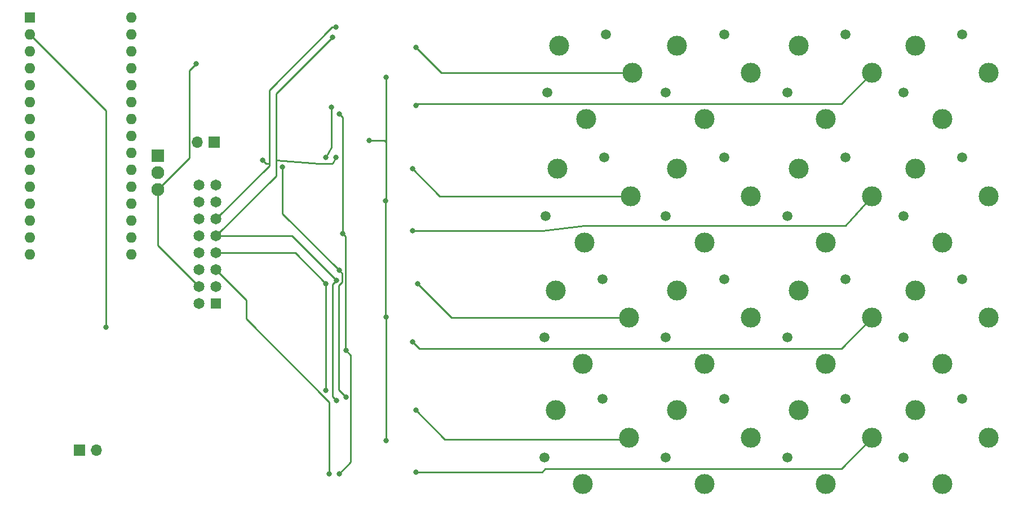
<source format=gbr>
%TF.GenerationSoftware,KiCad,Pcbnew,(5.1.7)-1*%
%TF.CreationDate,2020-10-31T18:56:12+01:00*%
%TF.ProjectId,MidiToCV,4d696469-546f-4435-962e-6b696361645f,rev?*%
%TF.SameCoordinates,Original*%
%TF.FileFunction,Copper,L2,Bot*%
%TF.FilePolarity,Positive*%
%FSLAX46Y46*%
G04 Gerber Fmt 4.6, Leading zero omitted, Abs format (unit mm)*
G04 Created by KiCad (PCBNEW (5.1.7)-1) date 2020-10-31 18:56:12*
%MOMM*%
%LPD*%
G01*
G04 APERTURE LIST*
%TA.AperFunction,ComponentPad*%
%ADD10C,1.500000*%
%TD*%
%TA.AperFunction,ComponentPad*%
%ADD11C,3.000000*%
%TD*%
%TA.AperFunction,ComponentPad*%
%ADD12C,1.935000*%
%TD*%
%TA.AperFunction,ComponentPad*%
%ADD13R,1.935000X1.935000*%
%TD*%
%TA.AperFunction,ComponentPad*%
%ADD14O,1.700000X1.700000*%
%TD*%
%TA.AperFunction,ComponentPad*%
%ADD15R,1.700000X1.700000*%
%TD*%
%TA.AperFunction,ComponentPad*%
%ADD16C,1.650000*%
%TD*%
%TA.AperFunction,ComponentPad*%
%ADD17R,1.650000X1.650000*%
%TD*%
%TA.AperFunction,ComponentPad*%
%ADD18O,1.600000X1.600000*%
%TD*%
%TA.AperFunction,ComponentPad*%
%ADD19R,1.600000X1.600000*%
%TD*%
%TA.AperFunction,ViaPad*%
%ADD20C,0.800000*%
%TD*%
%TA.AperFunction,Conductor*%
%ADD21C,0.250000*%
%TD*%
G04 APERTURE END LIST*
D10*
%TO.P,J14,5*%
%TO.N,N/C*%
X135540000Y-84070000D03*
D11*
%TO.P,J14,4*%
X141360000Y-88050000D03*
%TO.P,J14,3*%
%TO.N,Net-(J14-Pad3)*%
X148300000Y-81110000D03*
D10*
%TO.P,J14,2*%
%TO.N,N/C*%
X144320000Y-75290000D03*
D11*
%TO.P,J14,1*%
%TO.N,GND*%
X137250000Y-77000000D03*
%TD*%
D10*
%TO.P,J10,5*%
%TO.N,N/C*%
X135540000Y-66070000D03*
D11*
%TO.P,J10,4*%
X141360000Y-70050000D03*
%TO.P,J10,3*%
%TO.N,Net-(J10-Pad3)*%
X148300000Y-63110000D03*
D10*
%TO.P,J10,2*%
%TO.N,N/C*%
X144320000Y-57290000D03*
D11*
%TO.P,J10,1*%
%TO.N,GND*%
X137250000Y-59000000D03*
%TD*%
D10*
%TO.P,J6,5*%
%TO.N,N/C*%
X135540000Y-47820000D03*
D11*
%TO.P,J6,4*%
X141360000Y-51800000D03*
%TO.P,J6,3*%
%TO.N,Net-(J6-Pad3)*%
X148300000Y-44860000D03*
D10*
%TO.P,J6,2*%
%TO.N,N/C*%
X144320000Y-39040000D03*
D11*
%TO.P,J6,1*%
%TO.N,GND*%
X137250000Y-40750000D03*
%TD*%
D10*
%TO.P,J2,5*%
%TO.N,N/C*%
X135540000Y-29320000D03*
D11*
%TO.P,J2,4*%
X141360000Y-33300000D03*
%TO.P,J2,3*%
%TO.N,Net-(J2-Pad3)*%
X148300000Y-26360000D03*
D10*
%TO.P,J2,2*%
%TO.N,N/C*%
X144320000Y-20540000D03*
D11*
%TO.P,J2,1*%
%TO.N,GND*%
X137250000Y-22250000D03*
%TD*%
D10*
%TO.P,J8,5*%
%TO.N,N/C*%
X171290000Y-47820000D03*
D11*
%TO.P,J8,4*%
X177110000Y-51800000D03*
%TO.P,J8,3*%
%TO.N,Net-(J8-Pad3)*%
X184050000Y-44860000D03*
D10*
%TO.P,J8,2*%
%TO.N,N/C*%
X180070000Y-39040000D03*
D11*
%TO.P,J8,1*%
%TO.N,GND*%
X173000000Y-40750000D03*
%TD*%
D10*
%TO.P,J16,5*%
%TO.N,N/C*%
X171290000Y-84070000D03*
D11*
%TO.P,J16,4*%
X177110000Y-88050000D03*
%TO.P,J16,3*%
%TO.N,Net-(J16-Pad3)*%
X184050000Y-81110000D03*
D10*
%TO.P,J16,2*%
%TO.N,N/C*%
X180070000Y-75290000D03*
D11*
%TO.P,J16,1*%
%TO.N,GND*%
X173000000Y-77000000D03*
%TD*%
D10*
%TO.P,J15,5*%
%TO.N,N/C*%
X153790000Y-84070000D03*
D11*
%TO.P,J15,4*%
X159610000Y-88050000D03*
%TO.P,J15,3*%
%TO.N,Net-(J15-Pad3)*%
X166550000Y-81110000D03*
D10*
%TO.P,J15,2*%
%TO.N,N/C*%
X162570000Y-75290000D03*
D11*
%TO.P,J15,1*%
%TO.N,GND*%
X155500000Y-77000000D03*
%TD*%
D10*
%TO.P,J13,5*%
%TO.N,N/C*%
X117290000Y-84070000D03*
D11*
%TO.P,J13,4*%
X123110000Y-88050000D03*
%TO.P,J13,3*%
%TO.N,Net-(J13-Pad3)*%
X130050000Y-81110000D03*
D10*
%TO.P,J13,2*%
%TO.N,N/C*%
X126070000Y-75290000D03*
D11*
%TO.P,J13,1*%
%TO.N,GND*%
X119000000Y-77000000D03*
%TD*%
D10*
%TO.P,J12,5*%
%TO.N,N/C*%
X171290000Y-66070000D03*
D11*
%TO.P,J12,4*%
X177110000Y-70050000D03*
%TO.P,J12,3*%
%TO.N,Net-(J12-Pad3)*%
X184050000Y-63110000D03*
D10*
%TO.P,J12,2*%
%TO.N,N/C*%
X180070000Y-57290000D03*
D11*
%TO.P,J12,1*%
%TO.N,GND*%
X173000000Y-59000000D03*
%TD*%
D10*
%TO.P,J11,5*%
%TO.N,N/C*%
X153790000Y-66070000D03*
D11*
%TO.P,J11,4*%
X159610000Y-70050000D03*
%TO.P,J11,3*%
%TO.N,Net-(J11-Pad3)*%
X166550000Y-63110000D03*
D10*
%TO.P,J11,2*%
%TO.N,N/C*%
X162570000Y-57290000D03*
D11*
%TO.P,J11,1*%
%TO.N,GND*%
X155500000Y-59000000D03*
%TD*%
D10*
%TO.P,J9,5*%
%TO.N,N/C*%
X117290000Y-66070000D03*
D11*
%TO.P,J9,4*%
X123110000Y-70050000D03*
%TO.P,J9,3*%
%TO.N,Net-(J9-Pad3)*%
X130050000Y-63110000D03*
D10*
%TO.P,J9,2*%
%TO.N,N/C*%
X126070000Y-57290000D03*
D11*
%TO.P,J9,1*%
%TO.N,GND*%
X119000000Y-59000000D03*
%TD*%
D10*
%TO.P,J7,5*%
%TO.N,N/C*%
X153790000Y-47820000D03*
D11*
%TO.P,J7,4*%
X159610000Y-51800000D03*
%TO.P,J7,3*%
%TO.N,Net-(J7-Pad3)*%
X166550000Y-44860000D03*
D10*
%TO.P,J7,2*%
%TO.N,N/C*%
X162570000Y-39040000D03*
D11*
%TO.P,J7,1*%
%TO.N,GND*%
X155500000Y-40750000D03*
%TD*%
D10*
%TO.P,J5,5*%
%TO.N,N/C*%
X117540000Y-47820000D03*
D11*
%TO.P,J5,4*%
X123360000Y-51800000D03*
%TO.P,J5,3*%
%TO.N,Net-(J5-Pad3)*%
X130300000Y-44860000D03*
D10*
%TO.P,J5,2*%
%TO.N,N/C*%
X126320000Y-39040000D03*
D11*
%TO.P,J5,1*%
%TO.N,GND*%
X119250000Y-40750000D03*
%TD*%
D10*
%TO.P,J4,5*%
%TO.N,N/C*%
X171290000Y-29320000D03*
D11*
%TO.P,J4,4*%
X177110000Y-33300000D03*
%TO.P,J4,3*%
%TO.N,Net-(J4-Pad3)*%
X184050000Y-26360000D03*
D10*
%TO.P,J4,2*%
%TO.N,N/C*%
X180070000Y-20540000D03*
D11*
%TO.P,J4,1*%
%TO.N,GND*%
X173000000Y-22250000D03*
%TD*%
D10*
%TO.P,J1,5*%
%TO.N,N/C*%
X117790000Y-29320000D03*
D11*
%TO.P,J1,4*%
X123610000Y-33300000D03*
%TO.P,J1,3*%
%TO.N,Net-(J1-Pad3)*%
X130550000Y-26360000D03*
D10*
%TO.P,J1,2*%
%TO.N,N/C*%
X126570000Y-20540000D03*
D11*
%TO.P,J1,1*%
%TO.N,GND*%
X119500000Y-22250000D03*
%TD*%
D10*
%TO.P,J3,5*%
%TO.N,N/C*%
X153790000Y-29320000D03*
D11*
%TO.P,J3,4*%
X159610000Y-33300000D03*
%TO.P,J3,3*%
%TO.N,Net-(J3-Pad3)*%
X166550000Y-26360000D03*
D10*
%TO.P,J3,2*%
%TO.N,N/C*%
X162570000Y-20540000D03*
D11*
%TO.P,J3,1*%
%TO.N,GND*%
X155500000Y-22250000D03*
%TD*%
D12*
%TO.P,Q1,3*%
%TO.N,+5V*%
X59250000Y-43830000D03*
%TO.P,Q1,2*%
%TO.N,GND*%
X59250000Y-41290000D03*
D13*
%TO.P,Q1,1*%
%TO.N,+12V*%
X59250000Y-38750000D03*
%TD*%
D14*
%TO.P,J19,2*%
%TO.N,GND*%
X65210000Y-36750000D03*
D15*
%TO.P,J19,1*%
%TO.N,+12V*%
X67750000Y-36750000D03*
%TD*%
D14*
%TO.P,J18,2*%
%TO.N,Net-(D1-Pad2)*%
X50040000Y-83000000D03*
D15*
%TO.P,J18,1*%
%TO.N,Net-(D1-Pad1)*%
X47500000Y-83000000D03*
%TD*%
D16*
%TO.P,J17,16*%
%TO.N,+12V*%
X65460000Y-43220000D03*
%TO.P,J17,15*%
X68000000Y-43220000D03*
%TO.P,J17,14*%
%TO.N,GND*%
X65460000Y-45760000D03*
%TO.P,J17,13*%
X68000000Y-45760000D03*
%TO.P,J17,12*%
%TO.N,/Sheet5FA40E10/_SYNC*%
X65460000Y-48300000D03*
%TO.P,J17,11*%
X68000000Y-48300000D03*
%TO.P,J17,10*%
%TO.N,/Sheet5FA40E10/SCLK*%
X65460000Y-50840000D03*
%TO.P,J17,9*%
X68000000Y-50840000D03*
%TO.P,J17,8*%
%TO.N,/sheet5FC111E9/_LDAC*%
X65460000Y-53380000D03*
%TO.P,J17,7*%
X68000000Y-53380000D03*
%TO.P,J17,6*%
%TO.N,Net-(A1-Pad15)*%
X65460000Y-55920000D03*
%TO.P,J17,5*%
%TO.N,/sheet5FC12A8E/SDO*%
X68000000Y-55920000D03*
%TO.P,J17,4*%
%TO.N,+5V*%
X65460000Y-58460000D03*
%TO.P,J17,3*%
X68000000Y-58460000D03*
%TO.P,J17,2*%
%TO.N,GND*%
X65460000Y-61000000D03*
D17*
%TO.P,J17,1*%
X68000000Y-61000000D03*
%TD*%
D18*
%TO.P,A1,16*%
%TO.N,/Sheet5FA40E10/SCLK*%
X55240000Y-53560000D03*
%TO.P,A1,15*%
%TO.N,Net-(A1-Pad15)*%
X40000000Y-53560000D03*
%TO.P,A1,30*%
%TO.N,+12V*%
X55240000Y-18000000D03*
%TO.P,A1,14*%
%TO.N,/Sheet5FA40E10/SDIN*%
X40000000Y-51020000D03*
%TO.P,A1,29*%
%TO.N,GND*%
X55240000Y-20540000D03*
%TO.P,A1,13*%
%TO.N,/Sheet5FA40E10/_SYNC*%
X40000000Y-48480000D03*
%TO.P,A1,28*%
%TO.N,N/C*%
X55240000Y-23080000D03*
%TO.P,A1,12*%
%TO.N,/Sheet5FA40E10/_LDAC*%
X40000000Y-45940000D03*
%TO.P,A1,27*%
%TO.N,N/C*%
X55240000Y-25620000D03*
%TO.P,A1,11*%
X40000000Y-43400000D03*
%TO.P,A1,26*%
X55240000Y-28160000D03*
%TO.P,A1,10*%
X40000000Y-40860000D03*
%TO.P,A1,25*%
X55240000Y-30700000D03*
%TO.P,A1,9*%
X40000000Y-38320000D03*
%TO.P,A1,24*%
X55240000Y-33240000D03*
%TO.P,A1,8*%
X40000000Y-35780000D03*
%TO.P,A1,23*%
X55240000Y-35780000D03*
%TO.P,A1,7*%
X40000000Y-33240000D03*
%TO.P,A1,22*%
X55240000Y-38320000D03*
%TO.P,A1,6*%
X40000000Y-30700000D03*
%TO.P,A1,21*%
X55240000Y-40860000D03*
%TO.P,A1,5*%
X40000000Y-28160000D03*
%TO.P,A1,20*%
X55240000Y-43400000D03*
%TO.P,A1,4*%
%TO.N,GND*%
X40000000Y-25620000D03*
%TO.P,A1,19*%
%TO.N,N/C*%
X55240000Y-45940000D03*
%TO.P,A1,3*%
X40000000Y-23080000D03*
%TO.P,A1,18*%
X55240000Y-48480000D03*
%TO.P,A1,2*%
%TO.N,Net-(A1-Pad2)*%
X40000000Y-20540000D03*
%TO.P,A1,17*%
%TO.N,N/C*%
X55240000Y-51020000D03*
D19*
%TO.P,A1,1*%
X40000000Y-18000000D03*
%TD*%
D20*
%TO.N,+12V*%
X93506500Y-27006500D03*
X93485000Y-45515000D03*
X93506500Y-63006500D03*
X93498000Y-81515000D03*
X91000000Y-36500000D03*
%TO.N,+5V*%
X65000000Y-24999958D03*
%TO.N,/Sheet5FA40E10/_SYNC*%
X86000000Y-19500000D03*
X75000000Y-39500000D03*
X86500000Y-56000000D03*
X87500000Y-75000000D03*
X78000000Y-40500000D03*
%TO.N,/Sheet5FA40E10/SCLK*%
X85500000Y-21000000D03*
X86025000Y-39000000D03*
X86100000Y-57500000D03*
X86100000Y-75500000D03*
%TO.N,Net-(A1-Pad2)*%
X51500000Y-64500000D03*
%TO.N,/sheet5FC12A8E/SDO*%
X85000000Y-86500000D03*
%TO.N,Net-(J7-Pad3)*%
X97500000Y-50000000D03*
%TO.N,/sheet5FC111E9/SDIN*%
X85300000Y-31500000D03*
X84500000Y-39000000D03*
%TO.N,/Sheet5FA40E10/2.5Vref*%
X86500000Y-32500000D03*
X87000000Y-50500000D03*
X87500000Y-68000000D03*
X86500000Y-86500000D03*
%TO.N,/sheet5FC111E9/_LDAC*%
X84500000Y-58000000D03*
X84500000Y-74000000D03*
%TO.N,Net-(J1-Pad3)*%
X98000000Y-22500000D03*
%TO.N,Net-(J3-Pad3)*%
X98000000Y-31250000D03*
%TO.N,Net-(J5-Pad3)*%
X97500000Y-40750000D03*
%TO.N,Net-(J9-Pad3)*%
X98250000Y-58000000D03*
%TO.N,Net-(J11-Pad3)*%
X97500000Y-66750000D03*
%TO.N,Net-(J13-Pad3)*%
X98000000Y-77000000D03*
%TO.N,Net-(J15-Pad3)*%
X98000000Y-86250000D03*
%TD*%
D21*
%TO.N,+12V*%
X93500000Y-27013000D02*
X93506500Y-27006500D01*
X93500000Y-36000000D02*
X93500000Y-27013000D01*
X93500000Y-45500000D02*
X93485000Y-45515000D01*
X93485000Y-62985000D02*
X93506500Y-63006500D01*
X93485000Y-45515000D02*
X93485000Y-62985000D01*
X93506500Y-81506500D02*
X93498000Y-81515000D01*
X93506500Y-63006500D02*
X93506500Y-81506500D01*
X93250000Y-36500000D02*
X93500000Y-36750000D01*
X93500000Y-36750000D02*
X93500000Y-45500000D01*
X91000000Y-36500000D02*
X93250000Y-36500000D01*
X93500000Y-36000000D02*
X93500000Y-36750000D01*
%TO.N,+5V*%
X59250000Y-52250000D02*
X65460000Y-58460000D01*
X59250000Y-43830000D02*
X59250000Y-52250000D01*
X64000000Y-25999958D02*
X65000000Y-24999958D01*
X64000000Y-39080000D02*
X64000000Y-25999958D01*
X59250000Y-43830000D02*
X64000000Y-39080000D01*
%TO.N,/Sheet5FA40E10/_SYNC*%
X85434315Y-19500000D02*
X76000000Y-28934315D01*
X86000000Y-19500000D02*
X85434315Y-19500000D01*
X76000000Y-40300000D02*
X68000000Y-48300000D01*
X76000000Y-28934315D02*
X76000000Y-40300000D01*
X75000000Y-39500000D02*
X75500000Y-40000000D01*
X75500000Y-40000000D02*
X76000000Y-40000000D01*
X86949989Y-56449989D02*
X86500000Y-56000000D01*
X86949989Y-57723013D02*
X86949989Y-56449989D01*
X86448001Y-58225001D02*
X86949989Y-57723013D01*
X86448001Y-73948001D02*
X86448001Y-58225001D01*
X87500000Y-75000000D02*
X86448001Y-73948001D01*
X78000000Y-47500000D02*
X86500000Y-56000000D01*
X78000000Y-40500000D02*
X78000000Y-47500000D01*
%TO.N,/Sheet5FA40E10/SCLK*%
X85500000Y-21000000D02*
X77000000Y-29500000D01*
X77000000Y-41840000D02*
X68000000Y-50840000D01*
X77000000Y-41000000D02*
X77000000Y-41840000D01*
X77000000Y-29500000D02*
X77000000Y-41000000D01*
X79440000Y-50840000D02*
X68000000Y-50840000D01*
X86100000Y-57500000D02*
X79440000Y-50840000D01*
X85500000Y-58100000D02*
X86100000Y-57500000D01*
X85500000Y-74900000D02*
X85500000Y-58100000D01*
X86100000Y-75500000D02*
X85500000Y-74900000D01*
X77000000Y-39500000D02*
X77000000Y-41000000D01*
X83500000Y-40000000D02*
X77000000Y-39500000D01*
X85500000Y-40000000D02*
X83500000Y-40000000D01*
X86025000Y-39000000D02*
X85500000Y-40000000D01*
%TO.N,Net-(A1-Pad2)*%
X40040000Y-20540000D02*
X40000000Y-20540000D01*
X51500000Y-32000000D02*
X40040000Y-20540000D01*
X51500000Y-64500000D02*
X51500000Y-32000000D01*
%TO.N,/sheet5FC12A8E/SDO*%
X85000000Y-75764998D02*
X72500000Y-63264998D01*
X85000000Y-86500000D02*
X85000000Y-75764998D01*
X72500000Y-60420000D02*
X68000000Y-55920000D01*
X72500000Y-63264998D02*
X72500000Y-60420000D01*
%TO.N,/sheet5FC111E9/SDIN*%
X85300000Y-37500000D02*
X85300000Y-31500000D01*
X84500000Y-39000000D02*
X85300000Y-37500000D01*
%TO.N,/Sheet5FA40E10/2.5Vref*%
X87000000Y-33000000D02*
X87000000Y-50500000D01*
X86500000Y-32500000D02*
X87000000Y-33000000D01*
X87399999Y-67899999D02*
X87500000Y-68000000D01*
X87399999Y-50899999D02*
X87399999Y-67899999D01*
X87000000Y-50500000D02*
X87399999Y-50899999D01*
X88225001Y-84774999D02*
X88225001Y-68725001D01*
X88225001Y-68725001D02*
X87500000Y-68000000D01*
X86500000Y-86500000D02*
X88225001Y-84774999D01*
%TO.N,/sheet5FC111E9/_LDAC*%
X79880000Y-53380000D02*
X68000000Y-53380000D01*
X84500000Y-58000000D02*
X79880000Y-53380000D01*
X84500000Y-74000000D02*
X84500000Y-58000000D01*
%TO.N,Net-(J1-Pad3)*%
X101860000Y-26360000D02*
X130550000Y-26360000D01*
X98000000Y-22500000D02*
X101860000Y-26360000D01*
%TO.N,Net-(J3-Pad3)*%
X161910000Y-31000000D02*
X166550000Y-26360000D01*
X98250000Y-31000000D02*
X161910000Y-31000000D01*
X98000000Y-31250000D02*
X98250000Y-31000000D01*
%TO.N,Net-(J5-Pad3)*%
X101610000Y-44860000D02*
X130300000Y-44860000D01*
X97500000Y-40750000D02*
X101610000Y-44860000D01*
%TO.N,Net-(J7-Pad3)*%
X123354999Y-49250000D02*
X162514999Y-49250000D01*
X116951002Y-50000000D02*
X123354999Y-49250000D01*
X162514999Y-49250000D02*
X166550000Y-44860000D01*
X97500000Y-50000000D02*
X116951002Y-50000000D01*
%TO.N,Net-(J9-Pad3)*%
X103360000Y-63110000D02*
X130050000Y-63110000D01*
X98250000Y-58000000D02*
X103360000Y-63110000D01*
%TO.N,Net-(J11-Pad3)*%
X161910000Y-67750000D02*
X166550000Y-63110000D01*
X98500000Y-67750000D02*
X161910000Y-67750000D01*
X97500000Y-66750000D02*
X98500000Y-67750000D01*
%TO.N,Net-(J13-Pad3)*%
X102360000Y-81360000D02*
X130050000Y-81360000D01*
X98000000Y-77000000D02*
X102360000Y-81360000D01*
%TO.N,Net-(J15-Pad3)*%
X161910000Y-85750000D02*
X166550000Y-81110000D01*
X117451002Y-85750000D02*
X161910000Y-85750000D01*
X116951002Y-86250000D02*
X117451002Y-85750000D01*
X98000000Y-86250000D02*
X116951002Y-86250000D01*
%TD*%
M02*

</source>
